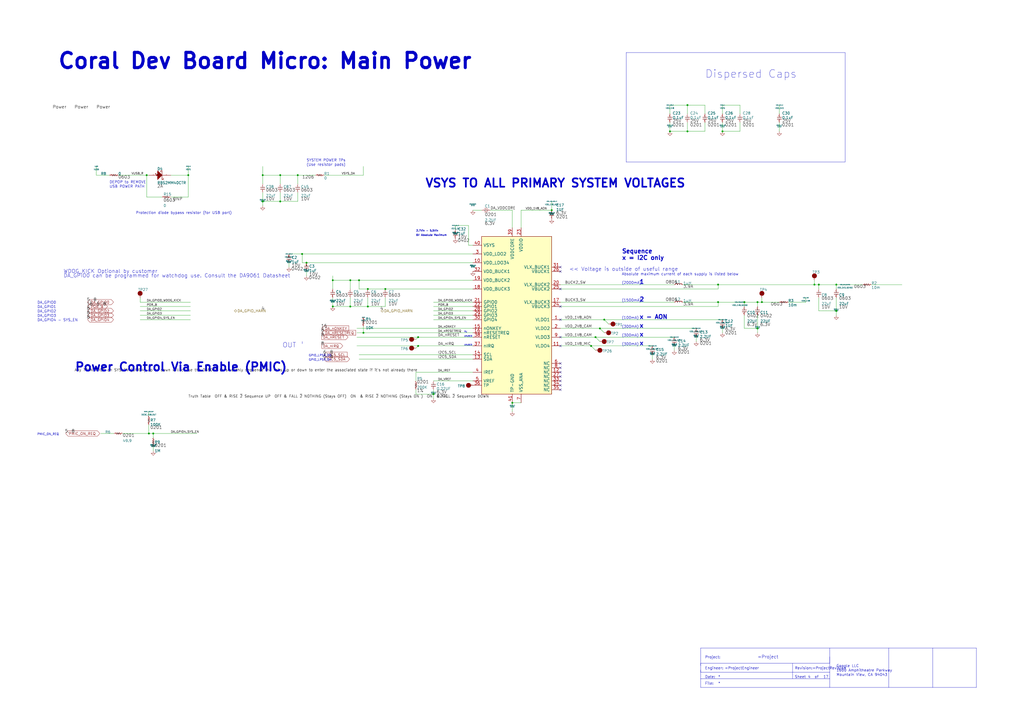
<source format=kicad_sch>
(kicad_sch (version 20230121) (generator eeschema)
  (paper "A2")
  (title_block (title "04 MAIN POWER-SchDoc") (date "31 01 2024"))
  (junction (at 85.09 101.6))
  (junction (at 472.44 165.1))
  (junction (at 398.78 76.2))
  (junction (at 203.2 177.8))
  (junction (at 350.52 185.42))
  (junction (at 193.04 162.56))
  (junction (at 109.22 101.6))
  (junction (at 342.9 200.66))
  (junction (at 441.96 175.26))
  (junction (at 193.04 177.8))
  (junction (at 86.36 251.46))
  (junction (at 242.57 195.58))
  (junction (at 345.44 195.58))
  (junction (at 208.28 162.56))
  (junction (at 152.4 116.84))
  (junction (at 431.8 175.26))
  (junction (at 175.26 147.32))
  (junction (at 320.04 121.92))
  (junction (at 485.14 165.1))
  (junction (at 416.56 175.26))
  (junction (at 485.14 180.34))
  (junction (at 251.46 228.6))
  (junction (at 419.1 76.2))
  (junction (at 172.72 101.6))
  (junction (at 388.62 76.2))
  (junction (at 242.57 200.66))
  (junction (at 162.56 116.84))
  (junction (at 297.18 233.68))
  (junction (at 162.56 101.6))
  (junction (at 213.36 167.64))
  (junction (at 152.4 101.6))
  (junction (at 203.2 162.56))
  (junction (at 347.98 190.5))
  (junction (at 88.9 251.46))
  (junction (at 223.52 167.64))
  (junction (at 213.36 177.8))
  (junction (at 474.98 165.1))
  (junction (at 439.42 175.26))
  (junction (at 416.56 165.1))
  (junction (at 439.42 190.5))
  (junction (at 177.8 152.4))
  (junction (at 398.78 60.96))
  (junction (at 210.82 193.04))
  (no_connect (at 325.12 218.44))
  (no_connect (at 325.12 154.94))
  (no_connect (at 325.12 220.98))
  (no_connect (at 325.12 157.48))
  (no_connect (at 325.12 213.36))
  (no_connect (at 325.12 200.66))
  (no_connect (at 325.12 226.06))
  (no_connect (at 325.12 167.64))
  (no_connect (at 325.12 210.82))
  (no_connect (at 325.12 185.42))
  (no_connect (at 325.12 177.8))
  (no_connect (at 325.12 195.58))
  (no_connect (at 325.12 215.9))
  (no_connect (at 325.12 223.52))
  (wire (pts (xy 241.3 226.06) (xy 241.3 228.6)))
  (polyline (pts (xy 406.4 384.81) (xy 406.4 386.08)))
  (wire (pts (xy 208.28 162.56) (xy 274.32 162.56)))
  (wire (pts (xy 325.12 200.66) (xy 342.9 200.66)))
  (polyline (pts (xy 541.02 398.78) (xy 541.02 375.92)))
  (wire (pts (xy 452.12 60.96) (xy 452.12 66.04)))
  (wire (pts (xy 251.46 182.88) (xy 274.32 182.88)))
  (wire (pts (xy 325.12 167.64) (xy 416.56 167.64)))
  (wire (pts (xy 213.36 167.64) (xy 223.52 167.64)))
  (wire (pts (xy 223.52 172.72) (xy 223.52 177.8)))
  (wire (pts (xy 172.72 116.84) (xy 172.72 111.76)))
  (wire (pts (xy 213.36 172.72) (xy 213.36 177.8)))
  (wire (pts (xy 345.44 195.58) (xy 347.98 198.12)))
  (wire (pts (xy 485.14 165.1) (xy 474.98 165.1)))
  (wire (pts (xy 431.8 175.26) (xy 431.8 177.8)))
  (wire (pts (xy 429.26 71.12) (xy 429.26 76.2)))
  (wire (pts (xy 419.1 60.96) (xy 419.1 66.04)))
  (wire (pts (xy 109.22 96.52) (xy 109.22 101.6)))
  (wire (pts (xy 167.64 147.32) (xy 175.26 147.32)))
  (wire (pts (xy 109.22 114.3) (xy 99.06 114.3)))
  (wire (pts (xy 86.36 251.46) (xy 86.36 246.38)))
  (wire (pts (xy 71.12 251.46) (xy 86.36 251.46)))
  (wire (pts (xy 345.44 195.58) (xy 391.16 195.58)))
  (wire (pts (xy 320.04 121.92) (xy 302.26 121.92)))
  (wire (pts (xy 467.36 175.26) (xy 457.2 175.26)))
  (polyline (pts (xy 406.4 398.78) (xy 566.42 398.78)))
  (wire (pts (xy 431.8 190.5) (xy 431.8 182.88)))
  (polyline (pts (xy 481.33 398.78) (xy 481.33 393.7)))
  (wire (pts (xy 388.62 60.96) (xy 398.78 60.96)))
  (wire (pts (xy 325.12 190.5) (xy 347.98 190.5)))
  (wire (pts (xy 408.94 60.96) (xy 398.78 60.96)))
  (wire (pts (xy 325.12 175.26) (xy 391.16 175.26)))
  (wire (pts (xy 485.14 182.88) (xy 485.14 180.34)))
  (wire (pts (xy 474.98 180.34) (xy 474.98 172.72)))
  (wire (pts (xy 242.57 195.58) (xy 274.32 195.58)))
  (wire (pts (xy 452.12 175.26) (xy 441.96 175.26)))
  (wire (pts (xy 441.96 172.72) (xy 441.96 175.26)))
  (wire (pts (xy 210.82 193.04) (xy 207.01 193.04)))
  (polyline (pts (xy 363.22 93.98) (xy 490.22 93.98)))
  (wire (pts (xy 485.14 165.1) (xy 500.38 165.1)))
  (wire (pts (xy 350.52 185.42) (xy 353.06 187.96)))
  (wire (pts (xy 388.62 66.04) (xy 388.62 60.96)))
  (polyline (pts (xy 363.22 93.98) (xy 363.22 30.48)))
  (wire (pts (xy 347.98 190.5) (xy 350.52 193.04)))
  (wire (pts (xy 88.9 251.46) (xy 114.3 251.46)))
  (polyline (pts (xy 175.26 199.39) (xy 175.26 198.12)))
  (polyline (pts (xy 406.4 398.78) (xy 406.4 375.92)))
  (wire (pts (xy 474.98 165.1) (xy 474.98 167.64)))
  (wire (pts (xy 203.2 167.64) (xy 203.2 162.56)))
  (wire (pts (xy 81.28 175.26) (xy 81.28 172.72)))
  (wire (pts (xy 347.98 190.5) (xy 403.86 190.5)))
  (wire (pts (xy 203.2 177.8) (xy 193.04 177.8)))
  (wire (pts (xy 162.56 111.76) (xy 162.56 116.84)))
  (wire (pts (xy 325.12 177.8) (xy 416.56 177.8)))
  (wire (pts (xy 439.42 193.04) (xy 439.42 190.5)))
  (wire (pts (xy 175.26 147.32) (xy 274.32 147.32)))
  (wire (pts (xy 271.78 142.24) (xy 274.32 142.24)))
  (wire (pts (xy 81.28 185.42) (xy 110.49 185.42)))
  (wire (pts (xy 251.46 177.8) (xy 274.32 177.8)))
  (wire (pts (xy 264.16 130.81) (xy 271.78 130.81)))
  (wire (pts (xy 297.18 233.68) (xy 302.26 233.68)))
  (polyline (pts (xy 406.4 393.7) (xy 481.33 393.7)))
  (wire (pts (xy 408.94 76.2) (xy 398.78 76.2)))
  (wire (pts (xy 193.04 162.56) (xy 193.04 167.64)))
  (wire (pts (xy 274.32 193.04) (xy 210.82 193.04)))
  (wire (pts (xy 274.32 205.74) (xy 208.28 205.74)))
  (wire (pts (xy 81.28 182.88) (xy 110.49 182.88)))
  (polyline (pts (xy 406.4 375.92) (xy 566.42 375.92)))
  (wire (pts (xy 274.32 152.4) (xy 177.8 152.4)))
  (wire (pts (xy 203.2 162.56) (xy 208.28 162.56)))
  (wire (pts (xy 439.42 182.88) (xy 439.42 190.5)))
  (wire (pts (xy 523.24 165.1) (xy 505.46 165.1)))
  (wire (pts (xy 271.78 130.81) (xy 271.78 142.24)))
  (wire (pts (xy 297.18 238.76) (xy 297.18 233.68)))
  (wire (pts (xy 175.26 152.4) (xy 175.26 147.32)))
  (wire (pts (xy 203.2 162.56) (xy 193.04 162.56)))
  (wire (pts (xy 274.32 208.28) (xy 208.28 208.28)))
  (wire (pts (xy 391.16 200.66) (xy 391.16 203.2)))
  (wire (pts (xy 152.4 101.6) (xy 152.4 96.52)))
  (polyline (pts (xy 481.33 381) (xy 481.33 389.89)))
  (wire (pts (xy 439.42 175.26) (xy 431.8 175.26)))
  (wire (pts (xy 86.36 251.46) (xy 88.9 251.46)))
  (polyline (pts (xy 459.74 393.7) (xy 459.74 384.81)))
  (wire (pts (xy 208.28 162.56) (xy 208.28 167.64)))
  (polyline (pts (xy 490.22 93.98) (xy 490.22 30.48)))
  (wire (pts (xy 325.12 165.1) (xy 391.16 165.1)))
  (wire (pts (xy 472.44 165.1) (xy 472.44 162.56)))
  (wire (pts (xy 251.46 180.34) (xy 274.32 180.34)))
  (wire (pts (xy 398.78 60.96) (xy 398.78 66.04)))
  (wire (pts (xy 429.26 66.04) (xy 429.26 60.96)))
  (polyline (pts (xy 481.33 389.89) (xy 406.4 389.89)))
  (wire (pts (xy 85.09 101.6) (xy 85.09 114.3)))
  (wire (pts (xy 167.64 152.4) (xy 167.64 154.94)))
  (wire (pts (xy 86.36 101.6) (xy 85.09 101.6)))
  (wire (pts (xy 223.52 167.64) (xy 274.32 167.64)))
  (polyline (pts (xy 406.4 389.89) (xy 406.4 388.62)))
  (wire (pts (xy 274.32 215.9) (xy 241.3 215.9)))
  (wire (pts (xy 203.2 172.72) (xy 203.2 177.8)))
  (polyline (pts (xy 566.42 398.78) (xy 566.42 375.92)))
  (wire (pts (xy 441.96 175.26) (xy 439.42 175.26)))
  (wire (pts (xy 152.4 116.84) (xy 152.4 119.38)))
  (wire (pts (xy 452.12 71.12) (xy 452.12 76.2)))
  (wire (pts (xy 152.4 106.68) (xy 152.4 101.6)))
  (wire (pts (xy 251.46 228.6) (xy 251.46 231.14)))
  (wire (pts (xy 342.9 200.66) (xy 378.46 200.66)))
  (wire (pts (xy 223.52 177.8) (xy 213.36 177.8)))
  (wire (pts (xy 81.28 180.34) (xy 110.49 180.34)))
  (wire (pts (xy 242.57 200.66) (xy 207.01 200.66)))
  (wire (pts (xy 342.9 200.66) (xy 345.44 203.2)))
  (wire (pts (xy 172.72 101.6) (xy 172.72 106.68)))
  (wire (pts (xy 162.56 116.84) (xy 152.4 116.84)))
  (wire (pts (xy 241.3 228.6) (xy 251.46 228.6)))
  (wire (pts (xy 350.52 185.42) (xy 419.1 185.42)))
  (wire (pts (xy 485.14 167.64) (xy 485.14 165.1)))
  (wire (pts (xy 63.5 101.6) (xy 55.88 101.6)))
  (wire (pts (xy 88.9 251.46) (xy 88.9 254)))
  (wire (pts (xy 416.56 177.8) (xy 416.56 175.26)))
  (wire (pts (xy 251.46 226.06) (xy 251.46 228.6)))
  (wire (pts (xy 408.94 71.12) (xy 408.94 76.2)))
  (wire (pts (xy 274.32 200.66) (xy 242.57 200.66)))
  (wire (pts (xy 320.04 116.84) (xy 320.04 121.92)))
  (wire (pts (xy 208.28 167.64) (xy 213.36 167.64)))
  (wire (pts (xy 210.82 193.04) (xy 210.82 189.23)))
  (wire (pts (xy 66.04 251.46) (xy 58.42 251.46)))
  (wire (pts (xy 88.9 259.08) (xy 88.9 261.62)))
  (wire (pts (xy 284.48 121.92) (xy 297.18 121.92)))
  (wire (pts (xy 416.56 175.26) (xy 431.8 175.26)))
  (polyline (pts (xy 481.33 384.81) (xy 406.4 384.81)))
  (wire (pts (xy 177.8 152.4) (xy 175.26 152.4)))
  (wire (pts (xy 251.46 175.26) (xy 274.32 175.26)))
  (wire (pts (xy 378.46 205.74) (xy 378.46 208.28)))
  (wire (pts (xy 193.04 162.56) (xy 193.04 160.02)))
  (wire (pts (xy 325.12 195.58) (xy 345.44 195.58)))
  (wire (pts (xy 398.78 71.12) (xy 398.78 76.2)))
  (wire (pts (xy 398.78 76.2) (xy 388.62 76.2)))
  (wire (pts (xy 85.09 101.6) (xy 68.58 101.6)))
  (wire (pts (xy 85.09 114.3) (xy 93.98 114.3)))
  (wire (pts (xy 388.62 76.2) (xy 388.62 71.12)))
  (wire (pts (xy 242.57 195.58) (xy 241.3 196.85)))
  (wire (pts (xy 207.01 195.58) (xy 242.57 195.58)))
  (polyline (pts (xy 515.62 398.78) (xy 515.62 375.92)))
  (wire (pts (xy 403.86 195.58) (xy 403.86 198.12)))
  (wire (pts (xy 274.32 220.98) (xy 251.46 220.98)))
  (wire (pts (xy 416.56 175.26) (xy 396.24 175.26)))
  (wire (pts (xy 274.32 190.5) (xy 207.01 190.5)))
  (wire (pts (xy 210.82 101.6) (xy 187.96 101.6)))
  (wire (pts (xy 109.22 101.6) (xy 109.22 114.3)))
  (wire (pts (xy 152.4 111.76) (xy 152.4 116.84)))
  (wire (pts (xy 429.26 60.96) (xy 419.1 60.96)))
  (wire (pts (xy 297.18 121.92) (xy 297.18 132.08)))
  (wire (pts (xy 213.36 177.8) (xy 203.2 177.8)))
  (wire (pts (xy 408.94 66.04) (xy 408.94 60.96)))
  (wire (pts (xy 439.42 177.8) (xy 439.42 175.26)))
  (wire (pts (xy 210.82 96.52) (xy 210.82 101.6)))
  (wire (pts (xy 439.42 190.5) (xy 431.8 190.5)))
  (wire (pts (xy 193.04 177.8) (xy 193.04 172.72)))
  (wire (pts (xy 81.28 177.8) (xy 110.49 177.8)))
  (wire (pts (xy 429.26 76.2) (xy 419.1 76.2)))
  (wire (pts (xy 485.14 172.72) (xy 485.14 180.34)))
  (wire (pts (xy 241.3 215.9) (xy 241.3 220.98)))
  (wire (pts (xy 467.36 172.72) (xy 467.36 175.26)))
  (wire (pts (xy 162.56 101.6) (xy 152.4 101.6)))
  (wire (pts (xy 251.46 185.42) (xy 274.32 185.42)))
  (wire (pts (xy 474.98 165.1) (xy 472.44 165.1)))
  (wire (pts (xy 485.14 180.34) (xy 474.98 180.34)))
  (polyline (pts (xy 481.33 393.7) (xy 481.33 389.89)))
  (polyline (pts (xy 363.22 30.48) (xy 490.22 30.48)))
  (wire (pts (xy 416.56 165.1) (xy 396.24 165.1)))
  (wire (pts (xy 419.1 190.5) (xy 419.1 193.04)))
  (wire (pts (xy 162.56 116.84) (xy 172.72 116.84)))
  (wire (pts (xy 172.72 101.6) (xy 162.56 101.6)))
  (wire (pts (xy 264.16 133.35) (xy 264.16 130.81)))
  (wire (pts (xy 472.44 165.1) (xy 416.56 165.1)))
  (wire (pts (xy 55.88 101.6) (xy 55.88 96.52)))
  (wire (pts (xy 110.49 175.26) (xy 81.28 175.26)))
  (wire (pts (xy 162.56 101.6) (xy 162.56 106.68)))
  (wire (pts (xy 419.1 76.2) (xy 419.1 71.12)))
  (wire (pts (xy 302.26 121.92) (xy 302.26 132.08)))
  (wire (pts (xy 182.88 101.6) (xy 172.72 101.6)))
  (wire (pts (xy 177.8 157.48) (xy 177.8 160.02)))
  (polyline (pts (xy 481.33 375.92) (xy 481.33 384.81)))
  (wire (pts (xy 109.22 101.6) (xy 99.06 101.6)))
  (wire (pts (xy 416.56 167.64) (xy 416.56 165.1)))
  (wire (pts (xy 325.12 185.42) (xy 350.52 185.42)))
  (wire (pts (xy 86.36 241.3) (xy 86.36 238.76)))
  (wire (pts (xy 279.4 121.92) (xy 274.32 121.92)))
  (wire (pts (xy 242.57 200.66) (xy 241.3 201.93)))
  (text "2.7Vin - 5.5Vin" (at 241.3 134.62 0) (effects (font (size 1.0668 1.0668) (thickness 0.2134) bold) (justify left bottom)))
  (text "(300mA)" (at 360.68 190.5 0) (effects (font (size 1.524 1.524)) (justify left bottom)))
  (text "x - AON" (at 370.84 185.42 0) (effects (font (size 2.4384 2.4384) (thickness 0.4877) bold) (justify left bottom)))
  (text "(1500mA)" (at 360.68 175.26 0) (effects (font (size 1.524 1.524)) (justify left bottom)))
  (text "*" (at 416.56 397.51 0) (effects (font (size 1.524 1.524)) (justify left bottom)))
  (text "PU" (at 269.24 193.04 0) (effects (font (size 0.762 0.762)) (justify left bottom)))
  (text "File:" (at 408.94 397.51 0) (effects (font (size 1.524 1.524)) (justify left bottom)))
  (text "Absolute maximum current of each supply is listed below" (at 360.68 160.02 0) (effects (font (size 1.524 1.524)) (justify left bottom)))
  (text "DA_GPIO2" (at 21.59 181.61 0) (effects (font (size 1.524 1.524)) (justify left bottom)))
  (text "Protection diode bypass resistor (for USB port)" (at 78.74 124.46 0) (effects (font (size 1.524 1.524)) (justify left bottom)))
  (text "GPIO_LPSR_05" (at 179.07 207.01 0) (effects (font (size 1.2192 1.2192)) (justify left bottom)))
  (text "17" (at 477.52 393.7 0) (effects (font (size 1.524 1.524)) (justify left bottom)))
  (text "VSYS TO ALL PRIMARY SYSTEM VOLTAGES" (at 246.38 109.22 0) (effects (font (size 4.8768 4.8768) (thickness 0.9754) bold) (justify left bottom)))
  (text "PMIC_ON_REQ" (at 21.59 252.73 0) (effects (font (size 1.2192 1.2192)) (justify left bottom)))
  (text "(Use resistor pads)" (at 177.8 96.52 0) (effects (font (size 1.524 1.524)) (justify left bottom)))
  (text "Date:" (at 408.94 393.7 0) (effects (font (size 1.524 1.524)) (justify left bottom)))
  (text "2" (at 370.84 175.26 0) (effects (font (size 2.4384 2.4384) (thickness 0.4877) bold) (justify left bottom)))
  (text "OUT" (at 163.83 201.93 0) (effects (font (size 2.7432 2.7432)) (justify left bottom)))
  (text "=ProjectRevision" (at 471.17 388.62 0) (effects (font (size 1.524 1.524)) (justify left bottom)))
  (text "1" (at 370.84 165.1 0) (effects (font (size 2.4384 2.4384) (thickness 0.4877) bold) (justify left bottom)))
  (text "x = I2C only" (at 360.68 151.13 0) (effects (font (size 2.4384 2.4384) (thickness 0.4877) bold) (justify left bottom)))
  (text "DA_GPIO0" (at 21.59 176.53 0) (effects (font (size 1.524 1.524)) (justify left bottom)))
  (text "Google LLC" (at 485.14 387.35 0) (effects (font (size 1.524 1.524)) (justify left bottom)))
  (text "=Project" (at 439.42 382.27 0) (effects (font (size 1.8288 1.8288)) (justify left bottom)))
  (text "Sequence" (at 360.68 147.32 0) (effects (font (size 2.4384 2.4384) (thickness 0.4877) bold) (justify left bottom)))
  (text "DEPOP to REMOVE" (at 63.5 106.68 0) (effects (font (size 1.524 1.524)) (justify left bottom)))
  (text "4" (at 468.63 393.7 0) (effects (font (size 1.524 1.524)) (justify left bottom)))
  (text "Sheet" (at 461.01 393.7 0) (effects (font (size 1.524 1.524)) (justify left bottom)))
  (text "Revision:" (at 461.01 388.62 0) (effects (font (size 1.524 1.524)) (justify left bottom)))
  (text "*" (at 416.56 393.7 0) (effects (font (size 1.524 1.524)) (justify left bottom)))
  (text "x" (at 370.84 190.5 0) (effects (font (size 2.4384 2.4384) (thickness 0.4877) bold) (justify left bottom)))
  (text "(300mA)" (at 360.68 195.58 0) (effects (font (size 1.524 1.524)) (justify left bottom)))
  (text "(100mA)" (at 360.68 185.42 0) (effects (font (size 1.524 1.524)) (justify left bottom)))
  (text "DA_GPIO3" (at 21.59 184.15 0) (effects (font (size 1.524 1.524)) (justify left bottom)))
  (text "SYSTEM POWER TPs" (at 177.8 93.98 0) (effects (font (size 1.524 1.524)) (justify left bottom)))
  (text "DA_GPIO4 - SYS_EN" (at 21.59 186.69 0) (effects (font (size 1.524 1.524)) (justify left bottom)))
  (text "UNUSED" (at 269.24 200.66 0) (effects (font (size 0.762 0.762)) (justify left bottom)))
  (text "(300mA)" (at 360.68 200.66 0) (effects (font (size 1.524 1.524)) (justify left bottom)))
  (text "WDOG_KICK Optional by customer" (at 36.83 158.75 0) (effects (font (size 2.1336 2.1336)) (justify left bottom)))
  (text "USB POWER PATH" (at 63.5 109.22 0) (effects (font (size 1.524 1.524)) (justify left bottom)))
  (text "6V Absolute Maximum" (at 241.3 137.16 0) (effects (font (size 1.0668 1.0668) (thickness 0.2134) bold) (justify left bottom)))
  (text "DA_GPIO0 can be programmed for watchdog use. Consult the DA9061 Datasheet" (at 36.83 161.29 0) (effects (font (size 2.1336 2.1336)) (justify left bottom)))
  (text "UNUSED" (at 269.24 195.58 0) (effects (font (size 0.762 0.762)) (justify left bottom)))
  (text "Coral Dev Board Micro: Main Power" (at 33.02 40.64 0) (effects (font (size 8.8392 8.8392) (thickness 1.7678) bold) (justify left bottom)))
  (text "x" (at 370.84 200.66 0) (effects (font (size 2.4384 2.4384) (thickness 0.4877) bold) (justify left bottom)))
  (text "Power Control Via Enable (PMIC)" (at 43.18 215.9 0) (effects (font (size 4.8768 4.8768) (thickness 0.9754) bold) (justify left bottom)))
  (text "=ProjectEngineer" (at 420.37 388.62 0) (effects (font (size 1.524 1.524)) (justify left bottom)))
  (text "Project:" (at 408.94 382.27 0) (effects (font (size 1.524 1.524)) (justify left bottom)))
  (text "x" (at 370.84 195.58 0) (effects (font (size 2.4384 2.4384) (thickness 0.4877) bold) (justify left bottom)))
  (text "(2000mA)" (at 360.68 165.1 0) (effects (font (size 1.524 1.524)) (justify left bottom)))
  (text "of" (at 472.44 393.7 0) (effects (font (size 1.524 1.524)) (justify left bottom)))
  (text "1600 Amphitheatre Parkway" (at 485.14 389.89 0) (effects (font (size 1.524 1.524)) (justify left bottom)))
  (text "Dispersed Caps" (at 408.94 45.72 0) (effects (font (size 4.572 4.572)) (justify left bottom)))
  (text "GPIO_LPSR_04" (at 179.07 209.55 0) (effects (font (size 1.2192 1.2192)) (justify left bottom)))
  (text "Mountain View, CA 94043" (at 485.14 392.43 0) (effects (font (size 1.524 1.524)) (justify left bottom)))
  (text "DA_GPIO1" (at 21.59 179.07 0) (effects (font (size 1.524 1.524)) (justify left bottom)))
  (text "Engineer:" (at 408.94 388.62 0) (effects (font (size 1.524 1.524)) (justify left bottom)))
  (text "<< Voltage is outside of useful range" (at 330.2 157.48 0) (effects (font (size 2.1336 2.1336)) (justify left bottom)))
  (label "DA_IREF" (at 254 215.9 0) (effects (font (size 1.2192 1.2192))))
  (label "0201" (at 87.122 249.428 0) (effects (font (size 1.778 1.778))))
  (label "DA_GPIO2" (at 254 180.34 0) (effects (font (size 1.2192 1.2192))))
  (label "VUSB_R" (at 76.2 101.6 0) (effects (font (size 1.2192 1.2192))))
  (label "6.3V" (at 322.58 124.968 0) (effects (font (size 1.778 1.778))))
  (label "DA_nONKEY" (at 254 190.5 0) (effects (font (size 1.2192 1.2192))))
  (label "DA_nIRQ" (at 254 200.66 0) (effects (font (size 1.524 1.524))))
  (label "8" (at 50.292 180.34 0) (effects (font (size 1.778 1.778))))
  (label "DA_GPIO4_SYS_EN" (at 99.06 251.46 0) (effects (font (size 1.2192 1.2192))))
  (label "0402" (at 440.944 184.658 0) (effects (font (size 1.778 1.778))))
  (label "0201" (at 400.304 73.914 0) (effects (font (size 1.778 1.778))))
  (label "I2C5_SDA" (at 254 208.28 0) (effects (font (size 1.524 1.524))))
  (label "25V" (at 420.624 71.628 0) (effects (font (size 1.778 1.778))))
  (label "3.9A" (at 396.24 177.8 0) (effects (font (size 1.778 1.778))))
  (label "4" (at 220.472 180.34 0) (effects (font (size 1.778 1.778))))
  (label "10V" (at 169.164 155.448 0) (effects (font (size 1.778 1.778))))
  (label "VDD_1V8_AON" (at 327.66 185.42 0) (effects (font (size 1.524 1.524))))
  (label "0402" (at 433.324 184.658 0) (effects (font (size 1.778 1.778))))
  (label "0603" (at 174.498 111.76 0) (effects (font (size 1.778 1.778))))
  (label "0603" (at 215.138 172.72 0) (effects (font (size 1.778 1.778))))
  (label "BUCK3_SW" (at 327.66 175.26 0) (effects (font (size 1.524 1.524))))
  (label "0603" (at 94.742 117.602 0) (effects (font (size 1.778 1.778))))
  (label "5, 8" (at 50.292 175.26 0) (effects (font (size 1.778 1.778))))
  (label "0603" (at 486.664 174.498 0) (effects (font (size 1.778 1.778))))
  (label "BUCK2_SW" (at 327.66 165.1 0) (effects (font (size 1.524 1.524))))
  (label "8" (at 186.182 195.58 0) (effects (font (size 1.778 1.778))))
  (label "0201" (at 253.238 231.14 0) (effects (font (size 1.778 1.778))))
  (label "10V" (at 174.498 116.84 0) (effects (font (size 1.778 1.778))))
  (label "1%" (at 241.808 228.092 0) (effects (font (size 1.778 1.778))))
  (label "0201" (at 393.192 205.74 0) (effects (font (size 1.778 1.778))))
  (label "POR_B" (at 254 177.8 0) (effects (font (size 1.2192 1.2192))))
  (label "25V" (at 453.644 71.628 0) (effects (font (size 1.778 1.778))))
  (label "0201" (at 380.492 210.82 0) (effects (font (size 1.778 1.778))))
  (label "VDD_2V8_CAM" (at 327.66 190.5 0) (effects (font (size 1.524 1.524))))
  (label "VDD_1V8_CAM" (at 327.66 195.58 0) (effects (font (size 1.524 1.524))))
  (label "0201" (at 420.624 194.564 0) (effects (font (size 1.778 1.778))))
  (label "0201" (at 453.644 73.914 0) (effects (font (size 1.778 1.778))))
  (label "10V" (at 164.338 116.84 0) (effects (font (size 1.778 1.778))))
  (label "10V" (at 215.138 177.8 0) (effects (font (size 1.778 1.778))))
  (label "6.3V" (at 440.944 189.738 0) (effects (font (size 1.778 1.778))))
  (label "DA_GPIO0_WDOG_KICK" (at 254 175.26 0) (effects (font (size 1.2192 1.2192))))
  (label "0603" (at 154.178 111.76 0) (effects (font (size 1.778 1.778))))
  (label "0806" (at 386.08 165.1 0) (effects (font (size 1.778 1.778))))
  (label "10V" (at 194.818 177.8 0) (effects (font (size 1.778 1.778))))
  (label "8" (at 186.182 200.66 0) (effects (font (size 1.778 1.778))))
  (label "16" (at 186.182 190.5 0) (effects (font (size 1.778 1.778))))
  (label "6.3V" (at 380.492 208.788 0) (effects (font (size 1.778 1.778))))
  (label "10V" (at 179.324 160.528 0) (effects (font (size 1.778 1.778))))
  (label "10V" (at 204.978 177.8 0) (effects (font (size 1.778 1.778))))
  (label "DA_GPIO4_SYS_EN" (at 254 185.42 0) (effects (font (size 1.2192 1.2192))))
  (label "DA_GPIO2" (at 85.09 180.34 0) (effects (font (size 1.2192 1.2192))))
  (label "25V" (at 390.144 71.628 0) (effects (font (size 1.778 1.778))))
  (label "16, 5, 8" (at 50.292 177.8 0) (effects (font (size 1.778 1.778))))
  (label "DA_nRESET" (at 254 195.58 0) (effects (font (size 1.524 1.524))))
  (label "POR_B" (at 85.09 177.8 0) (effects (font (size 1.2192 1.2192))))
  (label "0603" (at 476.504 174.498 0) (effects (font (size 1.778 1.778))))
  (label "0603" (at 164.338 111.76 0) (effects (font (size 1.778 1.778))))
  (label "VDD_1V8_MIC" (at 327.66 200.66 0) (effects (font (size 1.524 1.524))))
  (label "1206" (at 175.26 104.14 0) (effects (font (size 1.778 1.778))))
  (label "6.3V" (at 420.624 192.278 0) (effects (font (size 1.778 1.778))))
  (label "0201" (at 89.662 259.842 0) (effects (font (size 1.778 1.778))))
  (label "I2C5_SCL" (at 254 205.74 0) (effects (font (size 1.524 1.524))))
  (label "0603" (at 225.298 172.72 0) (effects (font (size 1.778 1.778))))
  (label "25V" (at 430.784 71.628 0) (effects (font (size 1.778 1.778))))
  (label "" (at 45.72 55.88 270) (effects (font (size 1.778 1.778))))
  (label "0402" (at 179.07 162.56 0) (effects (font (size 1.778 1.778))))
  (label "Truth Table  OFF & RISE ~{2} Sequence UP  OFF & FALL ~{2} NOTHING (Stays OFF)  ON  & RISE ~{2} NOTHING (Stays ON )  ON  & FALL ~{2} Sequence DOWN" (at 109.22 231.14 0) (effects (font (size 1.524 1.524))))
  (label "DA_GPIO3" (at 254 182.88 0) (effects (font (size 1.2192 1.2192))))
  (label "4" (at 151.638 180.34 0) (effects (font (size 1.778 1.778))))
  (label "0201" (at 420.624 73.914 0) (effects (font (size 1.778 1.778))))
  (label "0201" (at 322.58 127.254 0) (effects (font (size 1.778 1.778))))
  (label "DA_VDDCORE" (at 284.48 121.92 0) (effects (font (size 1.524 1.524))))
  (label "DA_GPIO3" (at 85.09 182.88 0) (effects (font (size 1.2192 1.2192))))
  (label "VSYS_DA" (at 198.12 101.6 0) (effects (font (size 1.2192 1.2192))))
  (label "0201" (at 71.12 254 0) (effects (font (size 1.778 1.778))))
  (label "6.3V" (at 253.238 228.854 0) (effects (font (size 1.778 1.778))))
  (label "8" (at 186.182 193.04 0) (effects (font (size 1.778 1.778))))
  (label "10V" (at 476.504 179.578 0) (effects (font (size 1.778 1.778))))
  (label "25V" (at 400.304 71.628 0) (effects (font (size 1.778 1.778))))
  (label "6.3V" (at 405.892 198.628 0) (effects (font (size 1.778 1.778))))
  (label "0201" (at 390.144 73.914 0) (effects (font (size 1.778 1.778))))
  (label "Power" (at 30.48 63.5 0) (effects (font (size 1.778 1.778))))
  (label "0603" (at 194.818 172.72 0) (effects (font (size 1.778 1.778))))
  (label "" (at 58.42 55.88 270) (effects (font (size 1.778 1.778))))
  (label "0201" (at 241.808 223.012 0) (effects (font (size 1.778 1.778))))
  (label "DNP" (at 100.33 116.84 0) (effects (font (size 1.778 1.778))))
  (label "10V" (at 486.664 179.578 0) (effects (font (size 1.778 1.778))))
  (label "0603" (at 204.978 172.72 0) (effects (font (size 1.778 1.778))))
  (label "Power" (at 43.18 63.5 0) (effects (font (size 1.778 1.778))))
  (label "DA_GPIO4_SYS_EN" (at 85.09 185.42 0) (effects (font (size 1.2192 1.2192))))
  (label "0806" (at 386.08 175.26 0) (effects (font (size 1.778 1.778))))
  (label "0201" (at 212.09 188.468 0) (effects (font (size 1.778 1.778))))
  (label "6, 8" (at 187.452 205.74 0) (effects (font (size 1.778 1.778))))
  (label "0201" (at 430.784 73.914 0) (effects (font (size 1.778 1.778))))
  (label "6.3V" (at 281.178 131.064 0) (effects (font (size 1.778 1.778))))
  (label "0603" (at 447.04 177.8 0) (effects (font (size 1.778 1.778))))
  (label "0603" (at 495.3 167.64 0) (effects (font (size 1.778 1.778))))
  (label "8" (at 50.292 182.88 0) (effects (font (size 1.778 1.778))))
  (label "6, 8" (at 187.452 208.28 0) (effects (font (size 1.778 1.778))))
  (label "DA_VREF" (at 254 220.98 0) (effects (font (size 1.2192 1.2192))))
  (label "0201" (at 410.464 73.914 0) (effects (font (size 1.778 1.778))))
  (label "DA_nRESETREQ" (at 254 193.04 0) (effects (font (size 1.2192 1.2192))))
  (label "0402" (at 168.91 157.48 0) (effects (font (size 1.778 1.778))))
  (label "6.3V" (at 393.192 203.708 0) (effects (font (size 1.778 1.778))))
  (label "VDD_1V8_AON" (at 304.8 121.92 0) (effects (font (size 1.2192 1.2192))))
  (label "" (at 33.02 55.88 270) (effects (font (size 1.778 1.778))))
  (label "5, 8" (at 37.592 251.46 0) (effects (font (size 1.778 1.778))))
  (label "DA_GPIO0_WDOG_KICK" (at 85.09 175.26 0) (effects (font (size 1.2192 1.2192))))
  (label "2A" (at 91.186 109.474 0) (effects (font (size 1.778 1.778))))
  (label "6.3V" (at 433.324 189.738 0) (effects (font (size 1.778 1.778))))
  (label "10V" (at 225.298 177.8 0) (effects (font (size 1.778 1.778))))
  (label "10V" (at 154.178 116.84 0) (effects (font (size 1.778 1.778))))
  (label "0402" (at 265.43 140.97 0) (effects (font (size 1.778 1.778))))
  (label "8" (at 50.292 185.42 0) (effects (font (size 1.778 1.778))))
  (label "Any TRANSITION on SYS_EN (GPIO4) up or down will cause the DA9061 to smoothly sequence the rails up or down to enter the associated state if it's not already there" (at 43.18 215.9 0) (effects (font (size 1.524 1.524))))
  (label "25V" (at 410.464 71.628 0) (effects (font (size 1.778 1.778))))
  (label "0201" (at 281.178 125.984 0) (effects (font (size 1.778 1.778))))
  (label "0201" (at 405.892 200.66 0) (effects (font (size 1.778 1.778))))
  (label "3.9A" (at 396.24 167.64 0) (effects (font (size 1.778 1.778))))
  (label "0603" (at 68.58 104.14 0) (effects (font (size 1.778 1.778))))
  (label "Power" (at 55.88 63.5 0) (effects (font (size 1.778 1.778))))
  (label "10V" (at 265.684 138.938 0) (effects (font (size 1.778 1.778))))
  (global_label "PMIC_ON_REQ" (shape bidirectional) (at 38.1 251.46 0) (effects (font (size 1.524 1.524))) (property "Intersheetrefs" "${INTERSHEET_REFS}" (effects hide)))
  (global_label "DA_nRESET" (shape output) (at 186.69 195.58 0) (effects (font (size 1.524 1.524))) (property "Intersheetrefs" "${INTERSHEET_REFS}" (effects hide)))
  (global_label "DA_nIRQ" (shape output) (at 186.69 200.66 0) (effects (font (size 1.524 1.524))) (property "Intersheetrefs" "${INTERSHEET_REFS}" (effects hide)))
  (global_label "DA_GPIO4" (shape bidirectional) (at 50.8 185.42 0) (effects (font (size 1.524 1.524))) (property "Intersheetrefs" "${INTERSHEET_REFS}" (effects hide)))
  (global_label "DA_GPIO2" (shape bidirectional) (at 50.8 180.34 0) (effects (font (size 1.524 1.524))) (property "Intersheetrefs" "${INTERSHEET_REFS}" (effects hide)))
  (global_label "DA_GPIO0" (shape bidirectional) (at 50.8 175.26 0) (effects (font (size 1.524 1.524))) (property "Intersheetrefs" "${INTERSHEET_REFS}" (effects hide)))
  (global_label "POR_B" (shape bidirectional) (at 50.8 177.8 0) (effects (font (size 1.524 1.524))) (property "Intersheetrefs" "${INTERSHEET_REFS}" (effects hide)))
  (global_label "DA_nONKEY" (shape input) (at 186.69 190.5 0) (effects (font (size 1.524 1.524))) (property "Intersheetrefs" "${INTERSHEET_REFS}" (effects hide)))
  (global_label "DA_GPIO3" (shape bidirectional) (at 50.8 182.88 0) (effects (font (size 1.524 1.524))) (property "Intersheetrefs" "${INTERSHEET_REFS}" (effects hide)))
  (global_label "I2C5_SCL" (shape input) (at 187.96 205.74 0) (effects (font (size 1.524 1.524))) (property "Intersheetrefs" "${INTERSHEET_REFS}" (effects hide)))
  (global_label "DA_nRESETREQ" (shape input) (at 186.69 193.04 0) (effects (font (size 1.524 1.524))) (property "Intersheetrefs" "${INTERSHEET_REFS}" (effects hide)))
  (global_label "I2C5_SDA" (shape bidirectional) (at 187.96 208.28 0) (effects (font (size 1.524 1.524))) (property "Intersheetrefs" "${INTERSHEET_REFS}" (effects hide)))
  (hierarchical_label "DA_GPIO_HARN" (shape bidirectional) (at 135.89 180.34 0) (effects (font (size 1.524 1.524))))
  (hierarchical_label "DA_GPIO_HARN" (shape bidirectional) (at 220.98 180.34 0) (effects (font (size 1.524 1.524))))
  (symbol (lib_id "04 MAIN POWER-SchDoc-rescue:__Template_Cap-") (at 419.1 185.42 0) (unit 1)
    (property "Reference" "C12" (at 420.624 187.198 0) (effects (font (size 1.524 1.524)) (justify left bottom)))
    (property "Value" "1UF" (at 420.624 189.738 0) (effects (font (size 1.524 1.524)) (justify left bottom)))
    (property "Package" "0201" (effects hide))
    (property "Voltage" "6.3V" (effects hide))
  )
  (symbol (lib_id "04 MAIN POWER-SchDoc-rescue:TESTPAD_30MIL-") (at 274.32 223.52 180) (unit 1)
    (property "Reference" "TP8" (at 265.43 224.79 0) (effects (font (size 1.524 1.524)) (justify right top)))
  )
  (symbol (lib_id "04 MAIN POWER-SchDoc-rescue:TESTPAD_30MIL-") (at 472.44 162.56 90) (unit 1)
    (property "Reference" "TP3" (at 471.17 158.75 90) (effects (font (size 1.524 1.524)) (justify right top)))
  )
  (symbol (lib_id "04 MAIN POWER-SchDoc-rescue:TESTPAD_30MIL-") (at 441.96 172.72 90) (unit 1)
    (property "Reference" "TP4" (at 440.69 168.91 90) (effects (font (size 1.524 1.524)) (justify right top)))
  )
  (symbol (lib_id "04 MAIN POWER-SchDoc-rescue:__Template_Cap-") (at 172.72 106.68 0) (unit 1)
    (property "Reference" "C45" (at 174.498 109.22 0) (effects (font (size 1.524 1.524)) (justify left bottom)))
    (property "Value" "22uF" (at 174.498 114.3 0) (effects (font (size 1.524 1.524)) (justify left bottom)))
    (property "Package" "0603" (effects hide))
    (property "Voltage" "10V" (effects hide))
  )
  (symbol (lib_id "04 MAIN POWER-SchDoc-rescue:__Template_Cap-") (at 162.56 106.68 0) (unit 1)
    (property "Reference" "C87" (at 164.338 109.22 0) (effects (font (size 1.524 1.524)) (justify left bottom)))
    (property "Value" "22uF" (at 164.338 114.3 0) (effects (font (size 1.524 1.524)) (justify left bottom)))
    (property "Package" "0603" (effects hide))
    (property "Voltage" "10V" (effects hide))
  )
  (symbol (lib_id "04 MAIN POWER-SchDoc-rescue:__Template_Inductor-") (at 391.16 165.1 0) (unit 1)
    (property "Reference" "L1" (at 391.795 164.338 0) (effects (font (size 1.524 1.524)) (justify left bottom)))
    (property "Value" "1µH" (at 396.24 165.1 0) (effects (font (size 1.524 1.524)) (justify left bottom)))
    (property "Package" "0806" (effects hide))
    (property "Isat" "3.9A" (effects hide))
  )
  (symbol (lib_id "04 MAIN POWER-SchDoc-rescue:__Template_Cap-") (at 152.4 106.68 0) (unit 1)
    (property "Reference" "C38" (at 154.178 109.22 0) (effects (font (size 1.524 1.524)) (justify left bottom)))
    (property "Value" "22uF" (at 154.178 114.3 0) (effects (font (size 1.524 1.524)) (justify left bottom)))
    (property "Package" "0603" (effects hide))
    (property "Voltage" "10V" (effects hide))
  )
  (symbol (lib_id "04 MAIN POWER-SchDoc-rescue:__Template_Cap_Auto-") (at 177.8 152.4 0) (unit 1)
    (property "Reference" "C3" (at 179.324 155.321 0) (effects (font (size 1.524 1.524)) (justify left bottom)))
    (property "Value" "1uF" (at 179.324 157.861 0) (effects (font (size 1.524 1.524)) (justify left bottom)))
    (property "Package" "0402" (effects hide))
    (property "Voltage" "10V" (effects hide))
  )
  (symbol (lib_id "04 MAIN POWER-SchDoc-rescue:__Template_Cap_Auto-") (at 167.64 147.32 0) (unit 1)
    (property "Reference" "C2" (at 169.164 150.241 0) (effects (font (size 1.524 1.524)) (justify left bottom)))
    (property "Value" "1uF" (at 169.164 152.781 0) (effects (font (size 1.524 1.524)) (justify left bottom)))
    (property "Package" "0402" (effects hide))
    (property "Voltage" "10V" (effects hide))
  )
  (symbol (lib_id "04 MAIN POWER-SchDoc-rescue:__Template_Cap_Auto-") (at 264.16 133.35 0) (unit 1)
    (property "Reference" "C32" (at 265.684 133.731 0) (effects (font (size 1.524 1.524)) (justify left bottom)))
    (property "Value" "1uF" (at 265.684 136.271 0) (effects (font (size 1.524 1.524)) (justify left bottom)))
    (property "Package" "0402" (effects hide))
    (property "Voltage" "10V" (effects hide))
  )
  (symbol (lib_id "04 MAIN POWER-SchDoc-rescue:__Template_Resistor-") (at 68.58 101.6 180) (unit 1)
    (property "Reference" "R8" (at 58.42 101.6 0) (effects (font (size 1.524 1.524)) (justify right top)))
    (property "Value" "0" (at 68.58 101.6 0) (effects (font (size 1.524 1.524)) (justify right top)))
    (property "Package" "0603" (effects hide))
  )
  (symbol (lib_id "04 MAIN POWER-SchDoc-rescue:__Template_Resistor-") (at 99.06 114.3 180) (unit 1)
    (property "Reference" "R15" (at 94.742 113.538 0) (effects (font (size 1.524 1.524)) (justify right top)))
    (property "Value" "0" (at 94.742 120.142 0) (effects (font (size 1.524 1.524)) (justify right top)))
    (property "Package" "0603" (effects hide))
    (property "DNP" "DNP" (effects hide))
  )
  (symbol (lib_id "04 MAIN POWER-SchDoc-rescue:__Template_Cap-") (at 485.14 167.64 0) (unit 1)
    (property "Reference" "C9" (at 486.664 171.958 0) (effects (font (size 1.524 1.524)) (justify left bottom)))
    (property "Value" "22uF" (at 486.664 177.038 0) (effects (font (size 1.524 1.524)) (justify left bottom)))
    (property "Package" "0603" (effects hide))
    (property "Voltage" "10V" (effects hide))
  )
  (symbol (lib_id "04 MAIN POWER-SchDoc-rescue:__Template_Cap-") (at 474.98 167.64 0) (unit 1)
    (property "Reference" "C8" (at 476.504 171.958 0) (effects (font (size 1.524 1.524)) (justify left bottom)))
    (property "Value" "22uF" (at 476.504 177.038 0) (effects (font (size 1.524 1.524)) (justify left bottom)))
    (property "Package" "0603" (effects hide))
    (property "Voltage" "10V" (effects hide))
  )
  (symbol (lib_id "04 MAIN POWER-SchDoc-rescue:__Template_Cap-") (at 439.42 177.8 0) (unit 1)
    (property "Reference" "C11" (at 440.944 182.118 0) (effects (font (size 1.524 1.524)) (justify left bottom)))
    (property "Value" "22UF" (at 440.944 187.198 0) (effects (font (size 1.524 1.524)) (justify left bottom)))
    (property "Package" "0402" (effects hide))
    (property "Voltage" "6.3V" (effects hide))
  )
  (symbol (lib_id "04 MAIN POWER-SchDoc-rescue:__Template_Cap-") (at 431.8 177.8 0) (unit 1)
    (property "Reference" "C10" (at 433.324 182.118 0) (effects (font (size 1.524 1.524)) (justify left bottom)))
    (property "Value" "22UF" (at 433.324 187.198 0) (effects (font (size 1.524 1.524)) (justify left bottom)))
    (property "Package" "0402" (effects hide))
    (property "Voltage" "6.3V" (effects hide))
  )
  (symbol (lib_id "04 MAIN POWER-SchDoc-rescue:__Template_Inductor-") (at 391.16 175.26 0) (unit 1)
    (property "Reference" "L2" (at 391.795 174.498 0) (effects (font (size 1.524 1.524)) (justify left bottom)))
    (property "Value" "1µH" (at 396.24 175.26 0) (effects (font (size 1.524 1.524)) (justify left bottom)))
    (property "Package" "0806" (effects hide))
    (property "Isat" "3.9A" (effects hide))
  )
  (symbol (lib_id "04 MAIN POWER-SchDoc-rescue:__Template_Resistor-") (at 66.04 251.46 0) (unit 1)
    (property "Reference" "R6" (at 60.96 251.46 0) (effects (font (size 1.524 1.524)) (justify left bottom)))
    (property "Value" "49.9" (at 71.12 256.54 0) (effects (font (size 1.524 1.524)) (justify left bottom)))
    (property "Package" "0201" (effects hide))
  )
  (symbol (lib_id "04 MAIN POWER-SchDoc-rescue:__Template_Resistor-") (at 88.9 259.08 90) (unit 1)
    (property "Reference" "R9" (at 89.662 257.302 90) (effects (font (size 1.524 1.524)) (justify right top)))
    (property "Value" "1M" (at 89.662 262.382 90) (effects (font (size 1.524 1.524)) (justify right top)))
    (property "Package" "0201" (effects hide))
  )
  (symbol (lib_id "04 MAIN POWER-SchDoc-rescue:__Template_DIODE_SCHOTTKY-") (at 91.44 99.06 0) (unit 1)
    (property "Reference" "D4" (at 91.186 98.806 0) (effects (font (size 1.524 1.524)) (justify left bottom)))
    (property "Value" "RBS2MM40CTR" (at 91.186 106.934 0) (effects (font (size 1.524 1.524)) (justify left bottom)))
    (property "Current - Average Rectified (IO)" "2A" (effects hide))
  )
  (symbol (lib_id "04 MAIN POWER-SchDoc-rescue:__Template_Resistor-") (at 86.36 246.38 90) (unit 1)
    (property "Reference" "R7" (at 87.122 244.602 90) (effects (font (size 1.524 1.524)) (justify right top)))
    (property "Value" "100K" (at 87.122 247.142 90) (effects (font (size 1.524 1.524)) (justify right top)))
    (property "Package" "0201" (effects hide))
  )
  (symbol (lib_id "04 MAIN POWER-SchDoc-rescue:__Template_Cap-") (at 223.52 167.64 0) (unit 1)
    (property "Reference" "C7" (at 225.298 170.18 0) (effects (font (size 1.524 1.524)) (justify left bottom)))
    (property "Value" "22uF" (at 225.298 175.26 0) (effects (font (size 1.524 1.524)) (justify left bottom)))
    (property "Package" "0603" (effects hide))
    (property "Voltage" "10V" (effects hide))
    (property "CrossRef" "5, 8" (effects hide))
  )
  (symbol (lib_id "04 MAIN POWER-SchDoc-rescue:__Template_Cap-") (at 213.36 167.64 0) (unit 1)
    (property "Reference" "C6" (at 215.138 170.18 0) (effects (font (size 1.524 1.524)) (justify left bottom)))
    (property "Value" "22uF" (at 215.138 175.26 0) (effects (font (size 1.524 1.524)) (justify left bottom)))
    (property "Package" "0603" (effects hide))
    (property "Voltage" "10V" (effects hide))
  )
  (symbol (lib_id "04 MAIN POWER-SchDoc-rescue:__Template_Cap-") (at 203.2 167.64 0) (unit 1)
    (property "Reference" "C5" (at 204.978 170.18 0) (effects (font (size 1.524 1.524)) (justify left bottom)))
    (property "Value" "22uF" (at 204.978 175.26 0) (effects (font (size 1.524 1.524)) (justify left bottom)))
    (property "Package" "0603" (effects hide))
    (property "Voltage" "10V" (effects hide))
  )
  (symbol (lib_id "04 MAIN POWER-SchDoc-rescue:__Template_Cap-") (at 193.04 167.64 0) (unit 1)
    (property "Reference" "C4" (at 194.818 170.18 0) (effects (font (size 1.524 1.524)) (justify left bottom)))
    (property "Value" "22uF" (at 194.818 175.26 0) (effects (font (size 1.524 1.524)) (justify left bottom)))
    (property "Package" "0603" (effects hide))
    (property "Voltage" "10V" (effects hide))
  )
  (symbol (lib_id "04 MAIN POWER-SchDoc-rescue:__Template_Cap-") (at 251.46 220.98 0) (unit 1)
    (property "Reference" "C16" (at 253.238 223.774 0) (effects (font (size 1.524 1.524)) (justify left bottom)))
    (property "Value" "0.22UF" (at 253.238 226.314 0) (effects (font (size 1.524 1.524)) (justify left bottom)))
    (property "Package" "0201" (effects hide))
    (property "Voltage" "6.3V" (effects hide))
  )
  (symbol (lib_id "04 MAIN POWER-SchDoc-rescue:__Template_Cap-") (at 452.12 66.04 0) (unit 1)
    (property "Reference" "C30" (at 453.644 66.548 0) (effects (font (size 1.524 1.524)) (justify left bottom)))
    (property "Value" "0.1uF" (at 453.644 69.088 0) (effects (font (size 1.524 1.524)) (justify left bottom)))
    (property "Package" "0201" (effects hide))
    (property "Voltage" "25V" (effects hide))
  )
  (symbol (lib_id "04 MAIN POWER-SchDoc-rescue:__Template_Resistor-") (at 241.3 226.06 90) (unit 1)
    (property "Reference" "R5" (at 241.808 220.472 90) (effects (font (size 1.524 1.524)) (justify right top)))
    (property "Value" "200K" (at 241.808 225.552 90) (effects (font (size 1.524 1.524)) (justify right top)))
    (property "Package" "0201" (effects hide))
    (property "Tolerance" "1%" (effects hide))
  )
  (symbol (lib_id "04 MAIN POWER-SchDoc-rescue:__Template_Cap-") (at 429.26 66.04 0) (unit 1)
    (property "Reference" "C28" (at 430.784 66.548 0) (effects (font (size 1.524 1.524)) (justify left bottom)))
    (property "Value" "0.1uF" (at 430.784 69.088 0) (effects (font (size 1.524 1.524)) (justify left bottom)))
    (property "Package" "0201" (effects hide))
    (property "Voltage" "25V" (effects hide))
  )
  (symbol (lib_id "04 MAIN POWER-SchDoc-rescue:__Template_Cap-") (at 419.1 66.04 0) (unit 1)
    (property "Reference" "C26" (at 420.624 66.548 0) (effects (font (size 1.524 1.524)) (justify left bottom)))
    (property "Value" "0.1uF" (at 420.624 69.088 0) (effects (font (size 1.524 1.524)) (justify left bottom)))
    (property "Package" "0201" (effects hide))
    (property "Voltage" "25V" (effects hide))
  )
  (symbol (lib_id "04 MAIN POWER-SchDoc-rescue:__Template_Cap-") (at 408.94 66.04 0) (unit 1)
    (property "Reference" "C25" (at 410.464 66.548 0) (effects (font (size 1.524 1.524)) (justify left bottom)))
    (property "Value" "0.1uF" (at 410.464 69.088 0) (effects (font (size 1.524 1.524)) (justify left bottom)))
    (property "Package" "0201" (effects hide))
    (property "Voltage" "25V" (effects hide))
  )
  (symbol (lib_id "04 MAIN POWER-SchDoc-rescue:__Template_Cap-") (at 398.78 66.04 0) (unit 1)
    (property "Reference" "C24" (at 400.304 66.548 0) (effects (font (size 1.524 1.524)) (justify left bottom)))
    (property "Value" "0.1uF" (at 400.304 69.088 0) (effects (font (size 1.524 1.524)) (justify left bottom)))
    (property "Package" "0201" (effects hide))
    (property "Voltage" "25V" (effects hide))
  )
  (symbol (lib_id "04 MAIN POWER-SchDoc-rescue:__Template_Cap-") (at 388.62 66.04 0) (unit 1)
    (property "Reference" "C23" (at 390.144 66.548 0) (effects (font (size 1.524 1.524)) (justify left bottom)))
    (property "Value" "0.1uF" (at 390.144 69.088 0) (effects (font (size 1.524 1.524)) (justify left bottom)))
    (property "Package" "0201" (effects hide))
    (property "Voltage" "25V" (effects hide))
  )
  (symbol (lib_id "04 MAIN POWER-SchDoc-rescue:TESTPAD_30MIL-") (at 81.28 172.72 90) (unit 1)
    (property "Reference" "TP27" (at 80.01 168.91 90) (effects (font (size 1.524 1.524)) (justify right top)))
    (property "ClassName" "Power" (effects hide))
    (property "ClassName" "Power" (effects hide))
    (property "ClassName" "Power" (effects hide))
  )
  (symbol (lib_id "04 MAIN POWER-SchDoc-rescue:__Template_Resistor-") (at 182.88 101.6 0) (unit 1)
    (property "Reference" "R1" (at 187.96 101.6 0) (effects (font (size 1.524 1.524)) (justify left bottom)))
    (property "Value" "0" (at 187.96 104.14 0) (effects (font (size 1.524 1.524)) (justify left bottom)))
    (property "Package" "1206" (effects hide))
  )
  (symbol (lib_id "04 MAIN POWER-SchDoc-rescue:__Template_Cap-") (at 320.04 121.92 0) (unit 1)
    (property "Reference" "C17" (at 322.58 119.888 0) (effects (font (size 1.524 1.524)) (justify left bottom)))
    (property "Value" "1UF" (at 322.58 122.428 0) (effects (font (size 1.524 1.524)) (justify left bottom)))
    (property "Package" "0201" (effects hide))
    (property "Voltage" "6.3V" (effects hide))
  )
  (symbol (lib_id "04 MAIN POWER-SchDoc-rescue:TESTPAD_30MIL-") (at 347.98 198.12 0) (unit 1)
    (property "Reference" "TP7" (at 351.79 199.39 0) (effects (font (size 1.524 1.524)) (justify left bottom)))
  )
  (symbol (lib_id "04 MAIN POWER-SchDoc-rescue:TESTPAD_30MIL-") (at 345.44 203.2 0) (unit 1)
    (property "Reference" "TP26" (at 349.25 204.47 0) (effects (font (size 1.524 1.524)) (justify left bottom)))
  )
  (symbol (lib_id "04 MAIN POWER-SchDoc-rescue:__Template_Cap-") (at 279.4 121.92 90) (unit 1)
    (property "Reference" "C1" (at 281.178 120.396 90) (effects (font (size 1.524 1.524)) (justify right top)))
    (property "Value" "2.2UF" (at 281.178 128.524 90) (effects (font (size 1.524 1.524)) (justify right top)))
    (property "Package" "0201" (effects hide))
    (property "Voltage" "6.3V" (effects hide))
  )
  (symbol (lib_id "04 MAIN POWER-SchDoc-rescue:TESTPAD_30MIL-") (at 353.06 187.96 0) (unit 1)
    (property "Reference" "TP1" (at 356.87 189.23 0) (effects (font (size 1.524 1.524)) (justify left bottom)))
  )
  (symbol (lib_id "04 MAIN POWER-SchDoc-rescue:TESTPAD_30MIL-") (at 350.52 193.04 0) (unit 1)
    (property "Reference" "TP2" (at 354.33 194.31 0) (effects (font (size 1.524 1.524)) (justify left bottom)))
  )
  (symbol (lib_id "04 MAIN POWER-SchDoc-rescue:__Template_Resistor-") (at 452.12 175.26 0) (unit 1)
    (property "Reference" "R3" (at 457.2 175.26 0) (effects (font (size 1.524 1.524)) (justify left bottom)))
    (property "Value" "10m" (at 457.2 177.8 0) (effects (font (size 1.524 1.524)) (justify left bottom)))
    (property "Package" "0603" (effects hide))
  )
  (symbol (lib_id "04 MAIN POWER-SchDoc-rescue:__Template_Resistor-") (at 500.38 165.1 0) (unit 1)
    (property "Reference" "R2" (at 505.46 165.1 0) (effects (font (size 1.524 1.524)) (justify left bottom)))
    (property "Value" "10m" (at 505.46 167.64 0) (effects (font (size 1.524 1.524)) (justify left bottom)))
    (property "Package" "0603" (effects hide))
  )
  (symbol (lib_id "04 MAIN POWER-SchDoc-rescue:TESTPAD_30MIL-") (at 241.3 196.85 180) (unit 1)
    (property "Reference" "TP5" (at 232.41 198.12 0) (effects (font (size 1.524 1.524)) (justify right top)))
    (property "CrossRef" "8" (effects hide))
    (property "CrossRef" "8" (effects hide))
    (property "CrossRef" "8" (effects hide))
  )
  (symbol (lib_id "04 MAIN POWER-SchDoc-rescue:TESTPAD_30MIL-") (at 241.3 201.93 180) (unit 1)
    (property "Reference" "TP6" (at 232.41 203.2 0) (effects (font (size 1.524 1.524)) (justify right top)))
  )
  (symbol (lib_id "04 MAIN POWER-SchDoc-rescue:__Template_Resistor-") (at 210.82 189.23 90) (unit 1)
    (property "Reference" "R4" (at 212.09 185.928 90) (effects (font (size 1.524 1.524)) (justify right top)))
    (property "Value" "10K" (at 212.09 191.008 90) (effects (font (size 1.524 1.524)) (justify right top)))
    (property "Package" "0201" (effects hide))
    (property "CrossRef" "4" (effects hide))
    (property "CrossRef" "4" (effects hide))
    (property "CrossRef" "16, 5, 8" (effects hide))
    (property "CrossRef" "16" (effects hide))
    (property "CrossRef" "8" (effects hide))
  )
  (symbol (lib_id "04 MAIN POWER-SchDoc-rescue:__Template_Cap-") (at 378.46 200.66 0) (unit 1)
    (property "Reference" "C15" (at 380.492 203.708 0) (effects (font (size 1.524 1.524)) (justify left bottom)))
    (property "Value" "2.2UF" (at 380.492 206.248 0) (effects (font (size 1.524 1.524)) (justify left bottom)))
    (property "Package" "0201" (effects hide))
    (property "Voltage" "6.3V" (effects hide))
  )
  (symbol (lib_id "04 MAIN POWER-SchDoc-rescue:__Template_Cap-") (at 391.16 195.58 0) (unit 1)
    (property "Reference" "C14" (at 393.192 198.628 0) (effects (font (size 1.524 1.524)) (justify left bottom)))
    (property "Value" "2.2UF" (at 393.192 201.168 0) (effects (font (size 1.524 1.524)) (justify left bottom)))
    (property "Package" "0201" (effects hide))
    (property "Voltage" "6.3V" (effects hide))
  )
  (symbol (lib_id "04 MAIN POWER-SchDoc-rescue:__Template_Cap-") (at 403.86 190.5 0) (unit 1)
    (property "Reference" "C13" (at 405.892 193.548 0) (effects (font (size 1.524 1.524)) (justify left bottom)))
    (property "Value" "2.2UF" (at 405.892 196.088 0) (effects (font (size 1.524 1.524)) (justify left bottom)))
    (property "Package" "0201" (effects hide))
    (property "Voltage" "6.3V" (effects hide))
  )
  (symbol (lib_id "04 MAIN POWER-SchDoc-rescue:PMIC_DIALOG_SEMI_DA9061-") (at 279.4 137.16 0) (unit 1)
    (property "Reference" "IC?" (effects hide))
  )
  (symbol (lib_id "power:GND") (at 152.4 119.38 0) (unit 1)
    (property "Reference" "GND_20" (at 152.4 115.824 0) (effects (font (size 0.508 0.508))))
    (property "Value" "GND" (at 152.4 116.586 0) (effects (font (size 0.762 0.762))))
  )
  (symbol (lib_id "power:GND") (at 264.16 138.43 0) (unit 1)
    (property "Reference" "GND_19" (at 264.16 134.874 0) (effects (font (size 0.508 0.508))))
    (property "Value" "GND" (at 264.16 135.636 0) (effects (font (size 0.762 0.762))))
  )
  (symbol (lib_id "power:GND") (at 88.9 261.62 0) (unit 1)
    (property "Reference" "GND_18" (at 88.9 258.064 0) (effects (font (size 0.508 0.508))))
    (property "Value" "GND" (at 88.9 258.826 0) (effects (font (size 0.762 0.762))))
  )
  (symbol (lib_id "power:+DCDC_1V8_OUT") (at 86.36 238.76 0) (unit 1)
    (property "Reference" "DCDC_1V8_OUT" (at 86.36 238.76 0) (effects (font (size 0.508 0.508))))
    (property "Value" "DCDC_1V8_OUT" (at 86.36 240.538 0) (effects (font (size 0.762 0.762))))
  )
  (symbol (lib_id "power:VUSB") (at 55.88 96.52 0) (unit 1)
    (property "Reference" "VUSB" (at 55.88 96.52 0) (effects (font (size 0.508 0.508))))
    (property "Value" "VUSB" (at 55.88 98.298 0) (effects (font (size 0.762 0.762))))
  )
  (symbol (lib_id "power:VSYS") (at 109.22 96.52 0) (unit 1)
    (property "Reference" "VSYS_5" (at 109.22 96.52 0) (effects (font (size 0.508 0.508))))
    (property "Value" "VSYS" (at 109.22 98.298 0) (effects (font (size 0.762 0.762))))
  )
  (symbol (lib_id "power:GND") (at 452.12 76.2 0) (unit 1)
    (property "Reference" "GND_17" (at 452.12 72.644 0) (effects (font (size 0.508 0.508))))
    (property "Value" "GND" (at 452.12 73.406 0) (effects (font (size 0.762 0.762))))
  )
  (symbol (lib_id "power:+VDD_3V3") (at 452.12 60.96 0) (unit 1)
    (property "Reference" "VDD_3V3_3" (at 452.12 60.96 0) (effects (font (size 0.508 0.508))))
    (property "Value" "VDD_3V3" (at 452.12 62.738 0) (effects (font (size 0.762 0.762))))
  )
  (symbol (lib_id "power:GND") (at 419.1 76.2 0) (unit 1)
    (property "Reference" "GND_16" (at 419.1 72.644 0) (effects (font (size 0.508 0.508))))
    (property "Value" "GND" (at 419.1 73.406 0) (effects (font (size 0.762 0.762))))
  )
  (symbol (lib_id "power:VSYS") (at 419.1 60.96 0) (unit 1)
    (property "Reference" "VSYS_4" (at 419.1 60.96 0) (effects (font (size 0.508 0.508))))
    (property "Value" "VSYS" (at 419.1 62.738 0) (effects (font (size 0.762 0.762))))
  )
  (symbol (lib_id "power:GND") (at 388.62 76.2 0) (unit 1)
    (property "Reference" "GND_15" (at 388.62 72.644 0) (effects (font (size 0.508 0.508))))
    (property "Value" "GND" (at 388.62 73.406 0) (effects (font (size 0.762 0.762))))
  )
  (symbol (lib_id "power:+VDD_1V8") (at 388.62 60.96 0) (unit 1)
    (property "Reference" "VDD_1V8_2" (at 388.62 60.96 0) (effects (font (size 0.508 0.508))))
    (property "Value" "VDD_1V8" (at 388.62 62.738 0) (effects (font (size 0.762 0.762))))
  )
  (symbol (lib_id "power:VBAT") (at 33.02 55.88 0) (unit 1)
    (property "Reference" "VBAT" (at 33.02 55.88 0) (effects (font (size 0.508 0.508))))
    (property "Value" "VBAT" (at 33.02 57.658 0) (effects (font (size 0.762 0.762))))
  )
  (symbol (lib_id "power:VSYS_DA") (at 58.42 55.88 0) (unit 1)
    (property "Reference" "VSYS_DA_4" (at 58.42 55.88 0) (effects (font (size 0.508 0.508))))
    (property "Value" "VSYS_DA" (at 58.42 57.658 0) (effects (font (size 0.762 0.762))))
  )
  (symbol (lib_id "power:VSYS") (at 45.72 55.88 0) (unit 1)
    (property "Reference" "VSYS_3" (at 45.72 55.88 0) (effects (font (size 0.508 0.508))))
    (property "Value" "VSYS" (at 45.72 57.658 0) (effects (font (size 0.762 0.762))))
  )
  (symbol (lib_id "power:GND") (at 274.32 157.48 0) (unit 1)
    (property "Reference" "GND_14" (at 274.32 153.924 0) (effects (font (size 0.508 0.508))))
    (property "Value" "GND" (at 274.32 154.686 0) (effects (font (size 0.762 0.762))))
  )
  (symbol (lib_id "power:+VDD_1V8_SENSE") (at 429.26 175.26 0) (unit 1)
    (property "Reference" "VDD_1V8_SENSE" (at 429.26 175.26 0) (effects (font (size 0.508 0.508))))
    (property "Value" "VDD_1V8_SENSE" (at 429.26 177.038 0) (effects (font (size 0.762 0.762))))
  )
  (symbol (lib_id "power:+VDD_3V3_SENSE") (at 490.22 165.1 0) (unit 1)
    (property "Reference" "VDD_3V3_SENSE" (at 490.22 165.1 0) (effects (font (size 0.508 0.508))))
    (property "Value" "VDD_3V3_SENSE" (at 490.22 166.878 0) (effects (font (size 0.762 0.762))))
  )
  (symbol (lib_id "power:VSYS_DA") (at 193.04 160.02 0) (unit 1)
    (property "Reference" "VSYS_DA_3" (at 193.04 160.02 0) (effects (font (size 0.508 0.508))))
    (property "Value" "VSYS_DA" (at 193.04 161.798 0) (effects (font (size 0.762 0.762))))
  )
  (symbol (lib_id "power:VSYS_DA") (at 264.16 130.81 0) (unit 1)
    (property "Reference" "VSYS_DA_2" (at 264.16 130.81 0) (effects (font (size 0.508 0.508))))
    (property "Value" "VSYS_DA" (at 264.16 132.588 0) (effects (font (size 0.762 0.762))))
  )
  (symbol (lib_id "power:VSYS_DA") (at 210.82 96.52 0) (unit 1)
    (property "Reference" "VSYS_DA" (at 210.82 96.52 0) (effects (font (size 0.508 0.508))))
    (property "Value" "VSYS_DA" (at 210.82 98.298 0) (effects (font (size 0.762 0.762))))
  )
  (symbol (lib_id "power:VSYS") (at 152.4 96.52 0) (unit 1)
    (property "Reference" "VSYS_2" (at 152.4 96.52 0) (effects (font (size 0.508 0.508))))
    (property "Value" "VSYS" (at 152.4 98.298 0) (effects (font (size 0.762 0.762))))
  )
  (symbol (lib_id "power:GND") (at 320.04 127 0) (unit 1)
    (property "Reference" "GND_13" (at 320.04 123.444 0) (effects (font (size 0.508 0.508))))
    (property "Value" "GND" (at 320.04 124.206 0) (effects (font (size 0.762 0.762))))
  )
  (symbol (lib_id "power:+VDD_1V8_AON") (at 320.04 116.84 0) (unit 1)
    (property "Reference" "VDD_1V8_AON_2" (at 320.04 116.84 0) (effects (font (size 0.508 0.508))))
    (property "Value" "VDD_1V8_AON" (at 320.04 118.618 0) (effects (font (size 0.762 0.762))))
  )
  (symbol (lib_id "power:+VDD_1V8_AON") (at 419.1 185.42 0) (unit 1)
    (property "Reference" "VDD_1V8_AON" (at 419.1 185.42 0) (effects (font (size 0.508 0.508))))
    (property "Value" "VDD_1V8_AON" (at 419.1 187.198 0) (effects (font (size 0.762 0.762))))
  )
  (symbol (lib_id "power:VSYS") (at 210.82 184.15 0) (unit 1)
    (property "Reference" "VSYS" (at 210.82 184.15 0) (effects (font (size 0.508 0.508))))
    (property "Value" "VSYS" (at 210.82 185.928 0) (effects (font (size 0.762 0.762))))
  )
  (symbol (lib_id "power:GND") (at 167.64 154.94 0) (unit 1)
    (property "Reference" "GND_12" (at 167.64 151.384 0) (effects (font (size 0.508 0.508))))
    (property "Value" "GND" (at 167.64 152.146 0) (effects (font (size 0.762 0.762))))
  )
  (symbol (lib_id "power:GND") (at 177.8 160.02 0) (unit 1)
    (property "Reference" "GND_11" (at 177.8 156.464 0) (effects (font (size 0.508 0.508))))
    (property "Value" "GND" (at 177.8 157.226 0) (effects (font (size 0.762 0.762))))
  )
  (symbol (lib_id "power:GND") (at 193.04 177.8 0) (unit 1)
    (property "Reference" "GND_10" (at 193.04 174.244 0) (effects (font (size 0.508 0.508))))
    (property "Value" "GND" (at 193.04 175.006 0) (effects (font (size 0.762 0.762))))
  )
  (symbol (lib_id "power:+VDD_1V8_MIC") (at 378.46 200.66 0) (unit 1)
    (property "Reference" "VDD_1V8_MIC" (at 378.46 200.66 0) (effects (font (size 0.508 0.508))))
    (property "Value" "VDD_1V8_MIC" (at 378.46 202.438 0) (effects (font (size 0.762 0.762))))
  )
  (symbol (lib_id "power:+VDD_1V8_CAM") (at 391.16 195.58 0) (unit 1)
    (property "Reference" "VDD_1V8_CAM" (at 391.16 195.58 0) (effects (font (size 0.508 0.508))))
    (property "Value" "VDD_1V8_CAM" (at 391.16 197.358 0) (effects (font (size 0.762 0.762))))
  )
  (symbol (lib_id "power:+VDD_3V3") (at 167.64 147.32 0) (unit 1)
    (property "Reference" "VDD_3V3_2" (at 167.64 147.32 0) (effects (font (size 0.508 0.508))))
    (property "Value" "VDD_3V3" (at 167.64 149.098 0) (effects (font (size 0.762 0.762))))
  )
  (symbol (lib_id "power:GND") (at 378.46 208.28 0) (unit 1)
    (property "Reference" "GND_9" (at 378.46 204.724 0) (effects (font (size 0.508 0.508))))
    (property "Value" "GND" (at 378.46 205.486 0) (effects (font (size 0.762 0.762))))
  )
  (symbol (lib_id "power:GND") (at 391.16 203.2 0) (unit 1)
    (property "Reference" "GND_8" (at 391.16 199.644 0) (effects (font (size 0.508 0.508))))
    (property "Value" "GND" (at 391.16 200.406 0) (effects (font (size 0.762 0.762))))
  )
  (symbol (lib_id "power:GND") (at 403.86 198.12 0) (unit 1)
    (property "Reference" "GND_7" (at 403.86 194.564 0) (effects (font (size 0.508 0.508))))
    (property "Value" "GND" (at 403.86 195.326 0) (effects (font (size 0.762 0.762))))
  )
  (symbol (lib_id "power:GND") (at 419.1 193.04 0) (unit 1)
    (property "Reference" "GND_6" (at 419.1 189.484 0) (effects (font (size 0.508 0.508))))
    (property "Value" "GND" (at 419.1 190.246 0) (effects (font (size 0.762 0.762))))
  )
  (symbol (lib_id "power:+VDD_1V8") (at 467.36 172.72 0) (unit 1)
    (property "Reference" "VDD_1V8" (at 467.36 172.72 0) (effects (font (size 0.508 0.508))))
    (property "Value" "VDD_1V8" (at 467.36 174.498 0) (effects (font (size 0.762 0.762))))
  )
  (symbol (lib_id "power:+VDD_2V8_CAM") (at 403.86 190.5 0) (unit 1)
    (property "Reference" "VDD_2V8_CAM" (at 403.86 190.5 0) (effects (font (size 0.508 0.508))))
    (property "Value" "VDD_2V8_CAM" (at 403.86 192.278 0) (effects (font (size 0.762 0.762))))
  )
  (symbol (lib_id "power:+VDD_3V3") (at 523.24 165.1 0) (unit 1)
    (property "Reference" "VDD_3V3" (at 523.24 165.1 0) (effects (font (size 0.508 0.508))))
    (property "Value" "VDD_3V3" (at 523.24 166.878 0) (effects (font (size 0.762 0.762))))
  )
  (symbol (lib_id "power:GND") (at 439.42 193.04 0) (unit 1)
    (property "Reference" "GND_5" (at 439.42 189.484 0) (effects (font (size 0.508 0.508))))
    (property "Value" "GND" (at 439.42 190.246 0) (effects (font (size 0.762 0.762))))
  )
  (symbol (lib_id "power:GND") (at 485.14 182.88 0) (unit 1)
    (property "Reference" "GND_4" (at 485.14 179.324 0) (effects (font (size 0.508 0.508))))
    (property "Value" "GND" (at 485.14 180.086 0) (effects (font (size 0.762 0.762))))
  )
  (symbol (lib_id "power:GND") (at 251.46 231.14 0) (unit 1)
    (property "Reference" "GND_3" (at 251.46 227.584 0) (effects (font (size 0.508 0.508))))
    (property "Value" "GND" (at 251.46 228.346 0) (effects (font (size 0.762 0.762))))
  )
  (symbol (lib_id "power:GND") (at 297.18 238.76 0) (unit 1)
    (property "Reference" "GND_2" (at 297.18 235.204 0) (effects (font (size 0.508 0.508))))
    (property "Value" "GND" (at 297.18 235.966 0) (effects (font (size 0.762 0.762))))
  )
  (symbol (lib_id "power:GND") (at 274.32 121.92 0) (unit 1)
    (property "Reference" "GND" (at 274.32 118.364 0) (effects (font (size 0.508 0.508))))
    (property "Value" "GND" (at 274.32 119.126 0) (effects (font (size 0.762 0.762))))
  )
)
</source>
